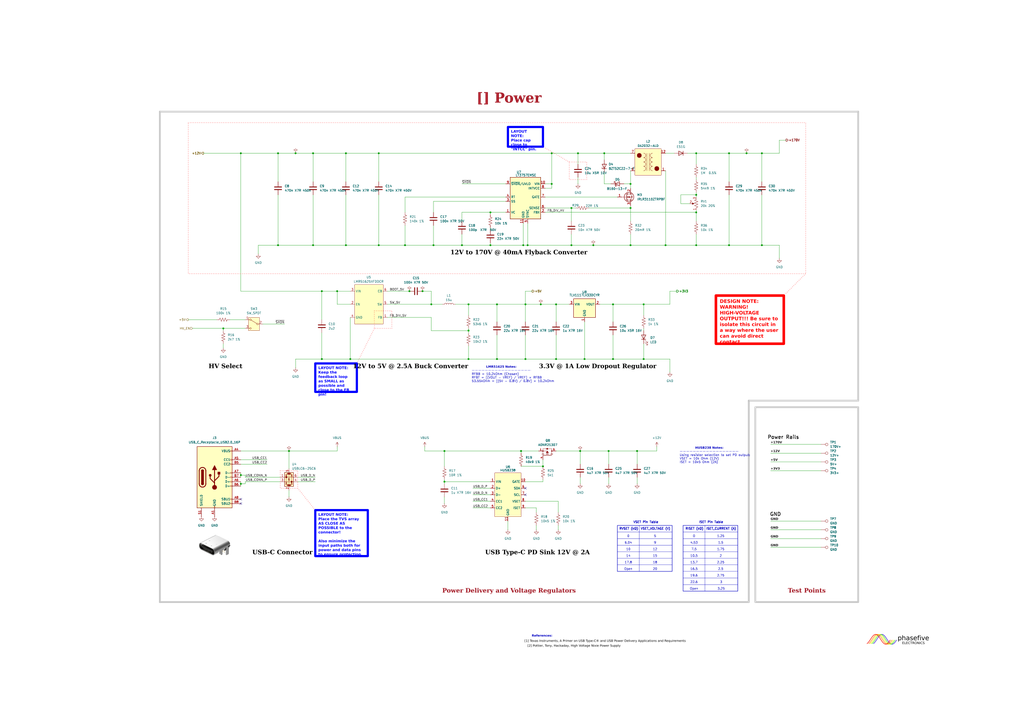
<source format=kicad_sch>
(kicad_sch (version 20231120) (generator "eeschema") (generator_version "8.0")
  (paper "A2")
  (title_block (title "Power") (date "2025-02-15") (rev "${REVISION}") (company "${COMPANY}") (comment 1 "3V3 - MCU") (comment 2 "5V - LEDs, LDO") (comment 3 "12V - Shift Registers") (comment 4 "170V - Nixie Tubes , INS-1 Indicators"))
  (junction (at 271.78 208.28))
  (junction (at 403.86 88.9))
  (junction (at 234.95 142.24))
  (junction (at 139.7 88.9))
  (junction (at 355.6 176.53))
  (junction (at 304.8 208.28))
  (junction (at 129.54 190.5))
  (junction (at 186.69 208.28))
  (junction (at 171.45 88.9))
  (junction (at 314.96 270.51))
  (junction (at 373.38 208.28))
  (junction (at 139.7 275.59))
  (junction (at 386.08 142.24))
  (junction (at 365.76 142.24))
  (junction (at 441.96 142.24))
  (junction (at 139.7 280.67))
  (junction (at 433.07 88.9))
  (junction (at 369.57 261.62))
  (junction (at 219.71 142.24))
  (junction (at 271.78 176.53))
  (junction (at 237.49 168.91))
  (junction (at 161.29 88.9))
  (junction (at 186.69 168.91))
  (junction (at 245.11 168.91))
  (junction (at 331.47 120.65))
  (junction (at 284.48 123.19))
  (junction (at 350.52 88.9))
  (junction (at 251.46 142.24))
  (junction (at 339.09 208.28))
  (junction (at 250.19 176.53))
  (junction (at 403.86 113.03))
  (junction (at 161.29 142.24))
  (junction (at 322.58 208.28))
  (junction (at 200.66 88.9))
  (junction (at 373.38 176.53))
  (junction (at 355.6 208.28))
  (junction (at 257.81 279.4))
  (junction (at 288.29 208.28))
  (junction (at 200.66 142.24))
  (junction (at 331.47 142.24))
  (junction (at 335.28 88.9))
  (junction (at 344.17 142.24))
  (junction (at 353.06 261.62))
  (junction (at 422.91 142.24))
  (junction (at 313.69 176.53))
  (junction (at 403.86 123.19))
  (junction (at 441.96 88.9))
  (junction (at 365.76 120.65))
  (junction (at 403.86 142.24))
  (junction (at 422.91 88.9))
  (junction (at 257.81 261.62))
  (junction (at 304.8 176.53))
  (junction (at 320.04 106.68))
  (junction (at 271.78 191.77))
  (junction (at 284.48 142.24))
  (junction (at 181.61 88.9))
  (junction (at 303.53 142.24))
  (junction (at 336.55 261.62))
  (junction (at 288.29 176.53))
  (junction (at 302.26 261.62))
  (junction (at 195.58 168.91))
  (junction (at 181.61 142.24))
  (junction (at 322.58 176.53))
  (junction (at 306.07 142.24))
  (junction (at 167.64 261.62))
  (junction (at 267.97 142.24))
  (junction (at 365.76 106.68))
  (junction (at 203.2 208.28))
  (junction (at 219.71 88.9))
  (junction (at 320.04 88.9))
  (no_connect (at 139.7 289.56))
  (no_connect (at 139.7 292.1))
  (no_connect (at 304.8 283.21))
  (no_connect (at 304.8 287.02))
  (wire (pts (xy 129.54 190.5) (xy 129.54 191.77)))
  (wire (pts (xy 441.96 88.9) (xy 452.12 88.9)))
  (wire (pts (xy 452.12 81.28) (xy 455.93 81.28)))
  (wire (pts (xy 200.66 88.9) (xy 219.71 88.9)))
  (wire (pts (xy 161.29 113.03) (xy 161.29 142.24)))
  (polyline (pts (xy 370.84 304.8) (xy 370.84 331.47)))
  (polyline (pts (xy 273.812 214.884) (xy 308.102 214.884)) (stroke (width 0.127) (type dash)))
  (wire (pts (xy 264.16 176.53) (xy 271.78 176.53)))
  (wire (pts (xy 288.29 186.69) (xy 288.29 176.53)))
  (wire (pts (xy 313.69 176.53) (xy 322.58 176.53)))
  (wire (pts (xy 452.12 142.24) (xy 441.96 142.24)))
  (wire (pts (xy 304.8 176.53) (xy 313.69 176.53)))
  (wire (pts (xy 361.95 106.68) (xy 365.76 106.68)))
  (wire (pts (xy 422.91 88.9) (xy 422.91 105.41)))
  (wire (pts (xy 447.04 273.05) (xy 476.25 273.05)))
  (wire (pts (xy 369.57 261.62) (xy 369.57 269.24)))
  (wire (pts (xy 284.48 124.46) (xy 284.48 123.19)))
  (wire (pts (xy 323.85 290.83) (xy 323.85 297.18)))
  (wire (pts (xy 422.91 113.03) (xy 422.91 142.24)))
  (polyline (pts (xy 358.14 320.04) (xy 389.89 320.04)))
  (wire (pts (xy 142.24 279.4) (xy 162.56 279.4)))
  (wire (pts (xy 314.96 266.7) (xy 314.96 270.51)))
  (polyline (pts (xy 172.72 283.21) (xy 182.88 295.91)) (stroke (width 0.254) (type dot) (color 255 0 0 1)))
  (wire (pts (xy 311.15 304.8) (xy 311.15 307.34)))
  (wire (pts (xy 394.97 118.11) (xy 394.97 113.03)))
  (wire (pts (xy 161.29 88.9) (xy 171.45 88.9)))
  (wire (pts (xy 203.2 208.28) (xy 271.78 208.28)))
  (wire (pts (xy 246.38 259.08) (xy 246.38 261.62)))
  (wire (pts (xy 219.71 88.9) (xy 219.71 105.41)))
  (wire (pts (xy 447.04 302.26) (xy 476.25 302.26)))
  (wire (pts (xy 303.53 142.24) (xy 306.07 142.24)))
  (wire (pts (xy 181.61 113.03) (xy 181.61 142.24)))
  (wire (pts (xy 267.97 106.68) (xy 293.37 106.68)))
  (polyline (pts (xy 358.14 316.23) (xy 389.89 316.23)))
  (wire (pts (xy 365.76 120.65) (xy 365.76 128.27)))
  (wire (pts (xy 422.91 142.24) (xy 441.96 142.24)))
  (wire (pts (xy 365.76 106.68) (xy 365.76 109.22)))
  (wire (pts (xy 403.86 128.27) (xy 403.86 123.19)))
  (wire (pts (xy 271.78 208.28) (xy 288.29 208.28)))
  (wire (pts (xy 322.58 176.53) (xy 322.58 186.69)))
  (wire (pts (xy 274.32 294.64) (xy 284.48 294.64)))
  (wire (pts (xy 355.6 176.53) (xy 373.38 176.53)))
  (wire (pts (xy 200.66 113.03) (xy 200.66 142.24)))
  (wire (pts (xy 314.96 279.4) (xy 314.96 278.13)))
  (polyline (pts (xy 358.14 327.66) (xy 389.89 327.66)))
  (polyline (pts (xy 396.24 312.42) (xy 427.99 312.42)))
  (wire (pts (xy 373.38 190.5) (xy 373.38 191.77)))
  (wire (pts (xy 294.64 302.26) (xy 294.64 307.34)))
  (wire (pts (xy 303.53 129.54) (xy 303.53 142.24)))
  (wire (pts (xy 149.86 142.24) (xy 161.29 142.24)))
  (wire (pts (xy 311.15 297.18) (xy 311.15 294.64)))
  (polyline (pts (xy 92.71 349.25) (xy 92.71 64.77)) (stroke (width 1.016) (color 200 200 200 1)))
  (polyline (pts (xy 358.14 312.42) (xy 389.89 312.42)))
  (wire (pts (xy 139.7 280.67) (xy 142.24 280.67)))
  (polyline (pts (xy 396.24 331.47) (xy 427.99 331.47)))
  (wire (pts (xy 347.98 176.53) (xy 355.6 176.53)))
  (wire (pts (xy 139.7 261.62) (xy 167.64 261.62)))
  (wire (pts (xy 336.55 261.62) (xy 353.06 261.62)))
  (wire (pts (xy 257.81 288.29) (xy 257.81 292.1)))
  (wire (pts (xy 133.35 185.42) (xy 142.24 185.42)))
  (wire (pts (xy 284.48 140.97) (xy 284.48 142.24)))
  (polyline (pts (xy 396.24 323.85) (xy 427.99 323.85)))
  (wire (pts (xy 271.78 176.53) (xy 288.29 176.53)))
  (wire (pts (xy 353.06 261.62) (xy 369.57 261.62)))
  (wire (pts (xy 386.08 88.9) (xy 391.16 88.9)))
  (wire (pts (xy 139.7 274.32) (xy 139.7 275.59)))
  (wire (pts (xy 181.61 88.9) (xy 181.61 105.41)))
  (wire (pts (xy 320.04 109.22) (xy 320.04 106.68)))
  (wire (pts (xy 284.48 133.35) (xy 284.48 132.08)))
  (wire (pts (xy 142.24 279.4) (xy 142.24 280.67)))
  (wire (pts (xy 304.8 208.28) (xy 322.58 208.28)))
  (wire (pts (xy 195.58 259.08) (xy 195.58 261.62)))
  (polyline (pts (xy 396.24 339.09) (xy 427.99 339.09)))
  (wire (pts (xy 433.07 88.9) (xy 441.96 88.9)))
  (wire (pts (xy 320.04 88.9) (xy 320.04 106.68)))
  (wire (pts (xy 335.28 88.9) (xy 335.28 95.25)))
  (wire (pts (xy 195.58 176.53) (xy 195.58 168.91)))
  (wire (pts (xy 129.54 190.5) (xy 142.24 190.5)))
  (wire (pts (xy 386.08 99.06) (xy 386.08 142.24)))
  (wire (pts (xy 167.64 284.48) (xy 167.64 288.29)))
  (wire (pts (xy 320.04 106.68) (xy 316.23 106.68)))
  (wire (pts (xy 353.06 261.62) (xy 353.06 269.24)))
  (wire (pts (xy 267.97 135.89) (xy 267.97 142.24)))
  (wire (pts (xy 224.79 176.53) (xy 250.19 176.53)))
  (wire (pts (xy 336.55 261.62) (xy 336.55 269.24)))
  (wire (pts (xy 388.62 208.28) (xy 388.62 215.9)))
  (wire (pts (xy 447.04 262.89) (xy 476.25 262.89)))
  (wire (pts (xy 373.38 208.28) (xy 388.62 208.28)))
  (wire (pts (xy 304.8 290.83) (xy 323.85 290.83)))
  (wire (pts (xy 339.09 208.28) (xy 355.6 208.28)))
  (wire (pts (xy 373.38 176.53) (xy 388.62 176.53)))
  (wire (pts (xy 250.19 168.91) (xy 250.19 176.53)))
  (wire (pts (xy 200.66 142.24) (xy 219.71 142.24)))
  (wire (pts (xy 304.8 194.31) (xy 304.8 208.28)))
  (wire (pts (xy 304.8 176.53) (xy 304.8 186.69)))
  (wire (pts (xy 139.7 88.9) (xy 139.7 168.91)))
  (wire (pts (xy 341.63 120.65) (xy 365.76 120.65)))
  (polyline (pts (xy 434.34 349.25) (xy 92.71 349.25)) (stroke (width 1.016) (color 200 200 200 1)))
  (wire (pts (xy 365.76 135.89) (xy 365.76 142.24)))
  (wire (pts (xy 388.62 168.91) (xy 392.43 168.91)))
  (wire (pts (xy 323.85 304.8) (xy 323.85 307.34)))
  (wire (pts (xy 111.76 190.5) (xy 129.54 190.5)))
  (wire (pts (xy 369.57 261.62) (xy 381 261.62)))
  (wire (pts (xy 365.76 119.38) (xy 365.76 120.65)))
  (wire (pts (xy 257.81 278.13) (xy 257.81 279.4)))
  (polyline (pts (xy 396.24 308.61) (xy 427.99 308.61)))
  (wire (pts (xy 452.12 142.24) (xy 452.12 149.86)))
  (wire (pts (xy 250.19 184.15) (xy 224.79 184.15)))
  (polyline (pts (xy 92.71 64.77) (xy 497.84 64.77)) (stroke (width 1.016) (color 200 200 200 1)))
  (wire (pts (xy 274.32 287.02) (xy 284.48 287.02)))
  (wire (pts (xy 257.81 270.51) (xy 257.81 261.62)))
  (wire (pts (xy 350.52 88.9) (xy 350.52 92.71)))
  (wire (pts (xy 162.56 276.86) (xy 142.24 276.86)))
  (wire (pts (xy 336.55 276.86) (xy 336.55 280.67)))
  (wire (pts (xy 403.86 88.9) (xy 422.91 88.9)))
  (wire (pts (xy 447.04 317.5) (xy 476.25 317.5)))
  (wire (pts (xy 234.95 130.81) (xy 234.95 142.24)))
  (wire (pts (xy 250.19 176.53) (xy 256.54 176.53)))
  (wire (pts (xy 355.6 194.31) (xy 355.6 208.28)))
  (wire (pts (xy 267.97 123.19) (xy 284.48 123.19)))
  (wire (pts (xy 335.28 88.9) (xy 350.52 88.9)))
  (wire (pts (xy 306.07 129.54) (xy 306.07 142.24)))
  (wire (pts (xy 271.78 191.77) (xy 271.78 190.5)))
  (wire (pts (xy 250.19 191.77) (xy 250.19 184.15)))
  (wire (pts (xy 403.86 104.14) (xy 403.86 102.87)))
  (polyline (pts (xy 434.34 232.41) (xy 434.34 349.25)) (stroke (width 1.016) (color 194 194 194 1)))
  (wire (pts (xy 172.72 276.86) (xy 182.88 276.86)))
  (wire (pts (xy 353.06 276.86) (xy 353.06 280.67)))
  (wire (pts (xy 320.04 88.9) (xy 335.28 88.9)))
  (wire (pts (xy 274.32 290.83) (xy 284.48 290.83)))
  (wire (pts (xy 167.64 261.62) (xy 195.58 261.62)))
  (polyline (pts (xy 396.24 320.04) (xy 427.99 320.04)))
  (wire (pts (xy 331.47 120.65) (xy 334.01 120.65)))
  (wire (pts (xy 302.26 261.62) (xy 312.42 261.62)))
  (wire (pts (xy 447.04 307.34) (xy 476.25 307.34)))
  (wire (pts (xy 139.7 275.59) (xy 139.7 276.86)))
  (wire (pts (xy 350.52 88.9) (xy 365.76 88.9)))
  (wire (pts (xy 452.12 81.28) (xy 452.12 88.9)))
  (wire (pts (xy 304.8 279.4) (xy 314.96 279.4)))
  (wire (pts (xy 234.95 114.3) (xy 234.95 123.19)))
  (polyline (pts (xy 396.24 327.66) (xy 427.99 327.66)))
  (wire (pts (xy 447.04 257.81) (xy 476.25 257.81)))
  (wire (pts (xy 219.71 113.03) (xy 219.71 142.24)))
  (wire (pts (xy 181.61 142.24) (xy 200.66 142.24)))
  (wire (pts (xy 381 259.08) (xy 381 261.62)))
  (wire (pts (xy 139.7 279.4) (xy 139.7 280.67)))
  (wire (pts (xy 186.69 208.28) (xy 203.2 208.28)))
  (polyline (pts (xy 396.24 316.23) (xy 427.99 316.23)))
  (wire (pts (xy 139.7 168.91) (xy 186.69 168.91)))
  (wire (pts (xy 304.8 168.91) (xy 304.8 176.53)))
  (polyline (pts (xy 330.2 93.98) (xy 314.96 85.09)) (stroke (width 0.254) (type dot) (color 255 0 0 1)))
  (wire (pts (xy 350.52 106.68) (xy 354.33 106.68)))
  (wire (pts (xy 311.15 294.64) (xy 304.8 294.64)))
  (wire (pts (xy 365.76 99.06) (xy 365.76 106.68)))
  (wire (pts (xy 203.2 176.53) (xy 195.58 176.53)))
  (wire (pts (xy 234.95 142.24) (xy 251.46 142.24)))
  (wire (pts (xy 302.26 270.51) (xy 314.96 270.51)))
  (wire (pts (xy 316.23 120.65) (xy 331.47 120.65)))
  (wire (pts (xy 322.58 208.28) (xy 339.09 208.28)))
  (wire (pts (xy 403.86 121.92) (xy 403.86 123.19)))
  (wire (pts (xy 267.97 123.19) (xy 267.97 128.27)))
  (wire (pts (xy 288.29 194.31) (xy 288.29 208.28)))
  (wire (pts (xy 355.6 208.28) (xy 373.38 208.28)))
  (wire (pts (xy 257.81 261.62) (xy 302.26 261.62)))
  (wire (pts (xy 400.05 118.11) (xy 394.97 118.11)))
  (wire (pts (xy 284.48 123.19) (xy 293.37 123.19)))
  (wire (pts (xy 219.71 88.9) (xy 320.04 88.9)))
  (wire (pts (xy 284.48 279.4) (xy 257.81 279.4)))
  (wire (pts (xy 447.04 312.42) (xy 476.25 312.42)))
  (wire (pts (xy 186.69 193.04) (xy 186.69 208.28)))
  (wire (pts (xy 316.23 109.22) (xy 320.04 109.22)))
  (wire (pts (xy 181.61 88.9) (xy 200.66 88.9)))
  (wire (pts (xy 152.4 187.96) (xy 165.1 187.96)))
  (wire (pts (xy 403.86 111.76) (xy 403.86 113.03)))
  (wire (pts (xy 237.49 168.91) (xy 224.79 168.91)))
  (wire (pts (xy 267.97 142.24) (xy 284.48 142.24)))
  (wire (pts (xy 284.48 142.24) (xy 303.53 142.24)))
  (wire (pts (xy 403.86 113.03) (xy 403.86 114.3)))
  (wire (pts (xy 195.58 168.91) (xy 186.69 168.91)))
  (wire (pts (xy 331.47 120.65) (xy 331.47 128.27)))
  (wire (pts (xy 335.28 106.68) (xy 335.28 102.87)))
  (wire (pts (xy 167.64 271.78) (xy 167.64 261.62)))
  (wire (pts (xy 316.23 114.3) (xy 358.14 114.3)))
  (wire (pts (xy 251.46 116.84) (xy 293.37 116.84)))
  (wire (pts (xy 234.95 114.3) (xy 293.37 114.3)))
  (wire (pts (xy 139.7 275.59) (xy 142.24 275.59)))
  (wire (pts (xy 322.58 194.31) (xy 322.58 208.28)))
  (wire (pts (xy 118.11 88.9) (xy 139.7 88.9)))
  (polyline (pts (xy 358.14 308.61) (xy 389.89 308.61)))
  (polyline (pts (xy 434.34 232.41) (xy 497.84 232.41)) (stroke (width 1.016) (color 200 200 200 1)))
  (wire (pts (xy 288.29 208.28) (xy 304.8 208.28)))
  (polyline (pts (xy 207.01 210.82) (xy 217.17 190.5)) (stroke (width 0.254) (type dot) (color 255 0 0 1)))
  (wire (pts (xy 350.52 100.33) (xy 350.52 106.68)))
  (wire (pts (xy 288.29 176.53) (xy 304.8 176.53)))
  (polyline (pts (xy 396.24 335.28) (xy 427.99 335.28)))
  (wire (pts (xy 251.46 142.24) (xy 267.97 142.24)))
  (wire (pts (xy 422.91 88.9) (xy 433.07 88.9)))
  (wire (pts (xy 139.7 266.7) (xy 154.94 266.7)))
  (wire (pts (xy 331.47 135.89) (xy 331.47 142.24)))
  (wire (pts (xy 302.26 261.62) (xy 302.26 262.89)))
  (polyline (pts (xy 394.462 261.874) (xy 428.752 261.874)) (stroke (width 0.127) (type dash)))
  (wire (pts (xy 403.86 142.24) (xy 422.91 142.24)))
  (wire (pts (xy 251.46 130.81) (xy 251.46 142.24)))
  (polyline (pts (xy 408.94 304.8) (xy 408.94 342.9)))
  (wire (pts (xy 139.7 280.67) (xy 139.7 281.94)))
  (wire (pts (xy 129.54 199.39) (xy 129.54 201.93)))
  (wire (pts (xy 257.81 279.4) (xy 257.81 280.67)))
  (wire (pts (xy 388.62 168.91) (xy 388.62 176.53)))
  (wire (pts (xy 250.19 191.77) (xy 271.78 191.77)))
  (wire (pts (xy 246.38 261.62) (xy 257.81 261.62)))
  (wire (pts (xy 304.8 168.91) (xy 308.61 168.91)))
  (wire (pts (xy 271.78 191.77) (xy 271.78 193.04)))
  (wire (pts (xy 369.57 276.86) (xy 369.57 280.67)))
  (wire (pts (xy 271.78 200.66) (xy 271.78 208.28)))
  (wire (pts (xy 403.86 135.89) (xy 403.86 142.24)))
  (polyline (pts (xy 358.14 323.85) (xy 389.89 323.85)))
  (wire (pts (xy 203.2 168.91) (xy 195.58 168.91)))
  (wire (pts (xy 355.6 176.53) (xy 355.6 186.69)))
  (wire (pts (xy 171.45 208.28) (xy 186.69 208.28)))
  (wire (pts (xy 161.29 88.9) (xy 161.29 105.41)))
  (wire (pts (xy 219.71 142.24) (xy 234.95 142.24)))
  (wire (pts (xy 171.45 208.28) (xy 171.45 213.36)))
  (polyline (pts (xy 455.93 170.18) (xy 467.36 158.75)) (stroke (width 0.254) (type dot) (color 255 0 0 1)))
  (wire (pts (xy 447.04 267.97) (xy 476.25 267.97)))
  (wire (pts (xy 365.76 142.24) (xy 386.08 142.24)))
  (wire (pts (xy 186.69 168.91) (xy 186.69 185.42)))
  (wire (pts (xy 339.09 208.28) (xy 339.09 186.69)))
  (wire (pts (xy 322.58 261.62) (xy 336.55 261.62)))
  (wire (pts (xy 139.7 88.9) (xy 161.29 88.9)))
  (wire (pts (xy 398.78 88.9) (xy 403.86 88.9)))
  (wire (pts (xy 373.38 176.53) (xy 373.38 182.88)))
  (wire (pts (xy 149.86 142.24) (xy 149.86 147.32)))
  (wire (pts (xy 322.58 176.53) (xy 330.2 176.53)))
  (wire (pts (xy 203.2 184.15) (xy 203.2 208.28)))
  (wire (pts (xy 403.86 88.9) (xy 403.86 95.25)))
  (wire (pts (xy 245.11 168.91) (xy 250.19 168.91)))
  (wire (pts (xy 373.38 199.39) (xy 373.38 208.28)))
  (wire (pts (xy 274.32 283.21) (xy 284.48 283.21)))
  (wire (pts (xy 316.23 123.19) (xy 403.86 123.19)))
  (wire (pts (xy 441.96 88.9) (xy 441.96 105.41)))
  (wire (pts (xy 200.66 88.9) (xy 200.66 105.41)))
  (wire (pts (xy 344.17 142.24) (xy 365.76 142.24)))
  (wire (pts (xy 109.22 185.42) (xy 125.73 185.42)))
  (wire (pts (xy 139.7 269.24) (xy 154.94 269.24)))
  (wire (pts (xy 386.08 142.24) (xy 403.86 142.24)))
  (wire (pts (xy 441.96 113.03) (xy 441.96 142.24)))
  (wire (pts (xy 394.97 113.03) (xy 403.86 113.03)))
  (wire (pts (xy 271.78 182.88) (xy 271.78 176.53)))
  (wire (pts (xy 331.47 142.24) (xy 344.17 142.24)))
  (wire (pts (xy 251.46 116.84) (xy 251.46 123.19)))
  (wire (pts (xy 161.29 142.24) (xy 181.61 142.24)))
  (wire (pts (xy 172.72 279.4) (xy 182.88 279.4)))
  (wire (pts (xy 306.07 142.24) (xy 331.47 142.24)))
  (wire (pts (xy 142.24 276.86) (xy 142.24 275.59)))
  (wire (pts (xy 171.45 88.9) (xy 181.61 88.9)))
  (polyline (pts (xy 497.84 64.77) (xy 497.84 232.41)) (stroke (width 1.016) (color 200 200 200 1)))
  (rectangle (start 162.56 273.05) (end 172.72 283.21) (stroke (width 0.254) (type dot) (color 255 0 0 1)))
  (rectangle (start 330.2 93.98) (end 340.36 104.14) (stroke (width 0.254) (type dot) (color 255 0 0 1)))
  (rectangle (start 438.15 236.22) (end 497.84 349.25) (stroke (width 1.016) (color 200 200 200 1)))
  (rectangle (start 358.14 304.8) (end 389.89 331.47) (stroke (width 0.254)))
  (rectangle (start 109.22 71.12) (end 467.36 158.75) (stroke (width 0.254) (type dot) (color 255 0 0 1)))
  (rectangle (start 396.24 304.8) (end 427.99 342.9) (stroke (width 0.254)))
  (rectangle (start 217.17 180.34) (end 227.33 190.5) (stroke (width 0.254) (type dot) (color 255 0 0 1)))
  (image (at 124.46 316.23) (scale 0.0299035))
  (image (at 519.43 370.84) (scale 0.0525922))
  (text_box "LAYOUT NOTE:\nKeep the feedback loop as SMALL as possible and close to the FB pin!" (at 182.88 210.82 0) (size 24.13 16.51) (stroke (width 1.27) (color 0 0 255 1)) (effects (font (size 1.524 1.524) (thickness 0.4) (bold yes)) (justify left top)))
  (text_box "LAYOUT NOTE:\nPlace the TVS array AS CLOSE AS POSSIBLE to the connector! \n\nAlso minimize the input paths both for power and data pins to ensure protection." (at 182.88 295.91 0) (size 30.48 26.67) (stroke (width 1.27) (color 0 0 255 1)) (effects (font (size 1.524 1.524) (thickness 0.4) (bold yes)) (justify left top)))
  (text_box "DESIGN NOTE:\nWARNING! HIGH-VOLTAGE OUTPUT!!! Be sure to isolate this circuit in a way where the user can avoid direct contact." (at 415.29 171.45 0) (size 39.37 27.94) (stroke (width 1.5) (color 255 0 0 1)) (effects (font (size 2 2) (thickness 0.4) (bold yes)) (justify left top)))
  (text_box "USB Type-C PD Sink 12V @ 2A" (at 245.11 316.23 0) (size 133.35 7.62) (stroke (width -0.0001)) (effects (font (size 2.54 2.54) (thickness 0.508) (bold yes)) (justify bottom)))
  (text_box "USB-C Connector" (at 115.57 316.23 0) (size 96.52 7.62) (stroke (width -0.0001)) (effects (font (size 2.54 2.54) (thickness 0.508) (bold yes)) (justify bottom)))
  (text_box "HV Select" (at 110.49 209.55 0) (size 40.64 6.35) (stroke (width -0.0001)) (effects (font (size 2.54 2.54) (thickness 0.508) (bold yes)) (justify bottom)))
  (text_box "[${#}] ${TITLE}" (at 92.71 53.34 0) (size 405.13 11.43) (stroke (width -0.0001)) (effects (font (size 5.715 5.715) (thickness 0.508) (bold yes)) (justify bottom)))
  (text_box "Power Delivery and Voltage Regulators" (at 92.71 336.55 0) (size 405.13 9.525) (stroke (width -0.0001)) (effects (font (size 2.54 2.54) (thickness 0.508) (bold yes)) (justify bottom)))
  (text_box "12V to 170V @ 40mA Flyback Converter" (at 149.86 142.24 0) (size 302.26 7.62) (stroke (width -0.0001)) (effects (font (size 2.54 2.54) (thickness 0.508) (bold yes)) (justify bottom)))
  (text_box "12V to 5V @ 2.5A Buck Converter\n" (at 171.45 208.28 0) (size 133.35 7.62) (stroke (width -0.0001)) (effects (font (size 2.54 2.54) (thickness 0.508) (bold yes)) (justify bottom)))
  (text_box "Test Points" (at 438.15 336.55 0) (size 59.69 9.525) (stroke (width -0.0001)) (effects (font (size 2.54 2.54) (thickness 0.508) (bold yes)) (justify bottom)))
  (text_box "3.3V @ 1A Low Dropout Regulator" (at 304.8 208.28 0) (size 83.82 7.62) (stroke (width -0.0001)) (effects (font (size 2.54 2.54) (thickness 0.508) (bold yes)) (justify bottom)))
  (text_box "LAYOUT NOTE:\nPlace cap close to \"INTCC\" pin." (at 294.64 73.66 0) (size 20.32 11.43) (stroke (width 1.27) (color 0 0 255 1)) (effects (font (size 1.524 1.524) (thickness 0.4) (bold yes)) (justify left top)))
  (text "0" (at 364.49 311.15 0) (effects (font (size 1.27 1.27))))
  (text "GND" (at 449.834 298.45 0) (effects (font (size 2.032 2.032) (thickness 0.3048) (bold yes))))
  (text "RFBB = 10.2kOhm (Chosen)\nRFBT = [(VOUT − VREF) / VREF] × RFBB\n53.55kOhm = [(5V − 0.8V) / 0.8V] × 10.2kOhm\n" (at 273.558 219.202 0) (effects (font (size 1.27 1.27)) (justify left)))
  (text "2.25" (at 418.084 326.39 0) (effects (font (size 1.27 1.27))))
  (text "[2] Pottier, Tony, Hackaday, High Voltage Nixie Power Supply" (at 332.994 375.158 0) (effects (font (size 1.27 1.27))))
  (text "13.7" (at 402.59 326.39 0) (effects (font (size 1.27 1.27))))
  (text "[1] Texas Instruments, A Primer on USB Type-C® and USB Power Delivery Applications and Requirements" (at 351.028 372.364 0) (effects (font (size 1.27 1.27) (thickness 0.1588))))
  (text "LMR51625 Notes:" (at 290.83 213.36 0) (effects (font (size 1.27 1.27) (bold yes))))
  (text "7.5" (at 402.59 318.77 0) (effects (font (size 1.27 1.27))))
  (text "4.53" (at 402.59 314.96 0) (effects (font (size 1.27 1.27))))
  (text "18" (at 379.984 326.39 0) (effects (font (size 1.27 1.27))))
  (text "10.5" (at 402.59 322.58 0) (effects (font (size 1.27 1.27))))
  (text "19.6" (at 402.59 334.01 0) (effects (font (size 1.27 1.27))))
  (text "Open" (at 402.59 341.63 0) (effects (font (size 1.27 1.27))))
  (text "2" (at 418.084 322.58 0) (effects (font (size 1.27 1.27))))
  (text "14" (at 364.49 322.58 0) (effects (font (size 1.27 1.27))))
  (text "2.5" (at 418.084 330.2 0) (effects (font (size 1.27 1.27))))
  (text "Open" (at 364.49 330.2 0) (effects (font (size 1.27 1.27))))
  (text "3.25" (at 418.338 341.63 0) (effects (font (size 1.27 1.27))))
  (text "ISET Pin Table" (at 412.496 303.022 0) (effects (font (size 1.27 1.27) (thickness 0.254) (bold yes))))
  (text "\nUsing resistor selection to set PD output:\nVSET = 10k Ohm (12V)\nISET = 10k5 Ohm (2A)\n\n" (at 394.208 266.192 0) (effects (font (size 1.27 1.27)) (justify left)))
  (text "16.5" (at 402.59 330.2 0) (effects (font (size 1.27 1.27))))
  (text "References:" (at 314.452 369.316 0) (effects (font (size 1.27 1.27) (thickness 0.254) (bold yes))))
  (text "0" (at 402.59 311.15 0) (effects (font (size 1.27 1.27))))
  (text "2.75" (at 418.084 334.01 0) (effects (font (size 1.27 1.27))))
  (text "ISET_CURRENT (A)" (at 418.338 306.832 0) (effects (font (size 1.27 1.27) (thickness 0.254) (bold yes))))
  (text "20" (at 379.984 330.2 0) (effects (font (size 1.27 1.27))))
  (text "10" (at 364.49 318.77 0) (effects (font (size 1.27 1.27))))
  (text "3" (at 418.338 337.82 0) (effects (font (size 1.27 1.27))))
  (text "VSET_VOLTAGE (V)" (at 380.238 306.832 0) (effects (font (size 1.27 1.27) (thickness 0.254) (bold yes))))
  (text "6.04" (at 364.49 314.96 0) (effects (font (size 1.27 1.27))))
  (text "RISET (kΩ)" (at 402.844 306.832 0) (effects (font (size 1.27 1.27) (thickness 0.254) (bold yes))))
  (text "22.6" (at 402.59 337.82 0) (effects (font (size 1.27 1.27))))
  (text "VSET Pin Table" (at 374.65 303.022 0) (effects (font (size 1.27 1.27) (thickness 0.254) (bold yes))))
  (text "1.5" (at 418.084 314.96 0) (effects (font (size 1.27 1.27))))
  (text "1.25" (at 418.084 311.15 0) (effects (font (size 1.27 1.27))))
  (text "17.8" (at 364.49 326.39 0) (effects (font (size 1.27 1.27))))
  (text "5" (at 379.984 311.15 0) (effects (font (size 1.27 1.27))))
  (text "15" (at 379.984 322.58 0) (effects (font (size 1.27 1.27))))
  (text "HUSB238 Notes:" (at 411.48 260.35 0) (effects (font (size 1.27 1.27) (bold yes))))
  (text "9" (at 379.984 314.96 0) (effects (font (size 1.27 1.27))))
  (text "RVSET (kΩ)" (at 364.744 306.832 0) (effects (font (size 1.27 1.27) (thickness 0.254) (bold yes))))
  (text "Power Rails" (at 454.406 253.746 0) (effects (font (size 2.032 2.032) (thickness 0.3048) (bold yes))))
  (text "12" (at 379.984 318.77 0) (effects (font (size 1.27 1.27))))
  (text "1.75" (at 418.084 318.77 0) (effects (font (size 1.27 1.27))))
  (label "SW_5V" (at 226.06 176.53 0))
  (label "+5V" (at 447.04 267.97 0) (effects (font (thickness 0.254) (bold yes))))
  (label "USB_D_N" (at 182.88 276.86 180))
  (label "USB_CC2" (at 154.94 269.24 180))
  (label "USB_D_P" (at 274.32 283.21 0))
  (label "USB_CC2" (at 274.32 294.64 0))
  (label "USB_CC1" (at 154.94 266.7 180))
  (label "GND" (at 447.04 307.34 0) (effects (font (thickness 0.254) (bold yes))))
  (label "FB_DIV_5V" (at 226.06 184.15 0))
  (label "~{SHDN}" (at 267.97 106.68 0))
  (label "+12V" (at 447.04 262.89 0) (effects (font (thickness 0.254) (bold yes))))
  (label "GND" (at 447.04 312.42 0) (effects (font (thickness 0.254) (bold yes))))
  (label "USB_CONN_P" (at 154.94 279.4 180))
  (label "USB_CC1" (at 274.32 290.83 0))
  (label "~{SHDN}" (at 165.1 187.96 180))
  (label "GND" (at 447.04 317.5 0) (effects (font (thickness 0.254) (bold yes))))
  (label "GND" (at 447.04 302.26 0) (effects (font (thickness 0.254) (bold yes))))
  (label "FB_DIV_HV" (at 317.5 123.19 0))
  (label "USB_D_N" (at 274.32 287.02 0))
  (label "USB_D_P" (at 182.88 279.4 180))
  (label "+3V3" (at 447.04 273.05 0) (effects (font (thickness 0.254) (bold yes))))
  (label "+170V" (at 447.04 257.81 0) (effects (font (thickness 0.254) (bold yes))))
  (label "BOOT_5V" (at 226.06 168.91 0))
  (label "USB_CONN_N" (at 154.94 276.86 180))
  (hierarchical_label "+170V" (shape output) (at 455.93 81.28 0) (effects (font (thickness 0.254) (bold yes))) (property "Netclass" "PWR_HV" (effects (hide yes))))
  (hierarchical_label "+3V3" (shape output) (at 392.43 168.91 0) (effects (font (thickness 0.254) (bold yes))) (property "Netclass" "PWR_3V3" (effects (hide yes))))
  (hierarchical_label "+12V" (shape output) (at 118.11 88.9 180) (effects (font (thickness 0.254) (bold yes))) (property "Netclass" "PWR_12V" (effects (hide yes))))
  (hierarchical_label "+5V" (shape output) (at 109.22 185.42 180))
  (hierarchical_label "+5V" (shape output) (at 308.61 168.91 0) (effects (font (thickness 0.254) (bold yes))) (property "Netclass" "PWR_5V" (effects (hide yes))))
  (hierarchical_label "HV_EN" (shape input) (at 111.76 190.5 180))
  (symbol (lib_id "Device:R_US") (at 257.81 274.32 0) (unit 1)
    (property "Reference" "R17" (at 260.35 273.05 0) (effects (justify left)))
    (property "Value" "10R 1%" (at 260.35 275.59 0) (effects (justify left)))
    (property "Footprint" "Resistor_SMD:R_0603_1608Metric_Pad0.98x0.95mm_HandSolder" (effects (hide yes)))
    (property "Description" "Resistor, US symbol" (effects (hide yes)))
    (property "Part No." "RMCF0603FT10R0" (effects (hide yes)))
  )
  (symbol (lib_id "Device:C") (at 219.71 109.22 0) (unit 1)
    (property "Reference" "C14" (at 223.52 107.95 0) (effects (justify left)))
    (property "Value" "470n X7R 450V" (at 223.52 110.49 0) (effects (justify left)))
    (property "Footprint" "Capacitor_SMD:C_1206_3216Metric_Pad1.33x1.80mm_HandSolder" (effects (hide yes)))
    (property "Datasheet" "https://www.mouser.com/datasheet/2/396/mlcc02_e-1307760.pdf" (effects (hide yes)))
    (property "Description" "4.7UF 10V X5R 0402" (effects (hide yes)))
    (property "Part No." "LMK316BJ476ML-T" (effects (hide yes)))
    (instances (project "" (path "" (reference "C14") (unit 1))) (project "Nixie_Clock_V1" (path "" (reference "C?") (unit 1))))
  )
  (symbol (lib_id "Device:R_US") (at 403.86 99.06 0) (unit 1)
    (property "Reference" "R34" (at 406.4 97.79 0) (effects (justify left)))
    (property "Value" "1M  0.5%" (at 406.4 100.33 0) (effects (justify left)))
    (property "Footprint" "Resistor_SMD:R_1206_3216Metric_Pad1.30x1.75mm_HandSolder" (effects (hide yes)))
    (property "Datasheet" "https://www.yageo.com/upload/media/product/app/datasheet/rchip/pyu-rt_1-to-0.01_rohs_l.pdf" (effects (hide yes)))
    (property "Description" "1 MOhms ±0.5% 0.25W, 1/4W Chip Resistor 1206 (3216 Metric) Thin Film" (effects (hide yes)))
    (property "Part No." "RT1206DRE071ML " (effects (hide yes)))
    (instances (project "" (path "" (reference "R34") (unit 1))) (project "Nixie_Clock_V1" (path "" (reference "R?") (unit 1))))
  )
  (symbol (lib_id "Device:C") (at 257.81 284.48 0) (unit 1)
    (property "Reference" "C11" (at 261.62 283.21 0) (effects (justify left)))
    (property "Value" "1u X7R 16V" (at 261.62 285.75 0) (effects (justify left)))
    (property "Footprint" "Capacitor_SMD:C_0805_2012Metric_Pad1.18x1.45mm_HandSolder" (effects (hide yes)))
    (property "Description" "Unpolarized capacitor" (effects (hide yes)))
    (property "Part No." "GRM21BR71C105KA01L" (effects (hide yes)))
  )
  (symbol (lib_id "Connector:TestPoint") (at 476.25 273.05 270) (unit 1)
    (property "Reference" "TP4" (at 481.33 271.78 90) (effects (font (thickness 0.254) (bold yes)) (justify left)))
    (property "Value" "3V3+" (at 481.33 274.32 90) (effects (font (thickness 0.254) (bold yes)) (justify left)))
    (property "Footprint" "TestPoint:TestPoint_Pad_D1.0mm" (effects (hide yes)))
    (property "Description" "test point" (effects (hide yes)))
    (instances (project "" (path "" (reference "TP4") (unit 1))) (project "Nixie_Clock_V1" (path "" (reference "TP?") (unit 1))))
  )
  (symbol (lib_id "Connector:TestPoint") (at 476.25 312.42 270) (unit 1)
    (property "Reference" "TP9" (at 481.33 311.15 90) (effects (font (thickness 0.254) (bold yes)) (justify left)))
    (property "Value" "GND" (at 481.33 313.69 90) (effects (font (thickness 0.254) (bold yes)) (justify left)))
    (property "Footprint" "TestPoint:TestPoint_Pad_D1.0mm" (effects (hide yes)))
    (property "Description" "test point" (effects (hide yes)))
    (instances (project "" (path "" (reference "TP9") (unit 1))) (project "Nixie_Clock_V1" (path "" (reference "TP?") (unit 1))))
  )
  (symbol (lib_id "Nixie_Library:DA2032-ALD") (at 370.84 82.55 0) (unit 1)
    (property "Reference" "L2" (at 375.92 82.042 0))
    (property "Value" "DA2032-ALD" (at 375.92 84.582 0))
    (property "Footprint" "Nixie Library:DA2032-AL" (effects (hide yes)))
    (property "Datasheet" "https://www.coilcraft.com/getmedia/88ef6a9b-3558-4004-8c5f-af97c95c7e8c/da2032.pdf" (effects (hide yes)))
    (instances (project "" (path "" (reference "L2") (unit 1))) (project "" (path "" (reference "L?") (unit 1))))
  )
  (symbol (lib_id "power:VBUS") (at 195.58 259.08 0) (unit 1)
    (property "Reference" "#PWR33" (effects (hide yes)))
    (property "Value" "VBUS" (at 195.58 254 0))
    (property "Description" "Power symbol creates a global label with name \"VBUS\"" (effects (hide yes)))
  )
  (symbol (lib_id "power:PWR_FLAG") (at 313.69 176.53 0) (unit 1)
    (property "Reference" "#FLG5" (effects (hide yes)))
    (property "Value" "PWR_FLAG" (effects (hide yes)))
    (property "Description" "Special symbol for telling ERC where power comes from" (effects (hide yes)))
    (instances (project "" (path "" (reference "#FLG5") (unit 1))) (project "Nixie_Clock_V1" (path "" (reference "#FLG?") (unit 1))))
  )
  (symbol (lib_id "Device:C") (at 288.29 190.5 0) (unit 1)
    (property "Reference" "C20" (at 292.1 189.23 0) (effects (justify left)))
    (property "Value" "22u X7R 16V" (at 292.1 191.77 0) (effects (justify left)))
    (property "Footprint" "Capacitor_SMD:C_1206_3216Metric_Pad1.33x1.80mm_HandSolder" (effects (hide yes)))
    (property "Datasheet" "https://search.murata.co.jp/Ceramy/image/img/A01X/G101/ENG/GRM31CR61C476ME44-01A.pdf" (effects (hide yes)))
    (property "Description" "47 µF ±20% 16V Ceramic Capacitor X5R 1206 (3216 Metric)" (effects (hide yes)))
    (property "Part No." "GRM31CR61C476ME44" (effects (hide yes)))
  )
  (symbol (lib_id "power:GND") (at 149.86 147.32 0) (unit 1)
    (property "Reference" "#PWR26" (effects (hide yes)))
    (property "Value" "GND" (at 149.86 152.4 0))
    (property "Description" "Power symbol creates a global label with name \"GND\" , ground" (effects (hide yes)))
    (instances (project "" (path "" (reference "#PWR26") (unit 1))) (project "" (path "" (reference "#PWR?") (unit 1))))
  )
  (symbol (lib_id "Device:C") (at 181.61 109.22 0) (unit 1)
    (property "Reference" "C9" (at 185.42 107.95 0) (effects (justify left)))
    (property "Value" "470n X7R 450V" (at 185.42 110.49 0) (effects (justify left)))
    (property "Footprint" "Capacitor_SMD:C_1206_3216Metric_Pad1.33x1.80mm_HandSolder" (effects (hide yes)))
    (property "Datasheet" "https://www.mouser.com/datasheet/2/396/mlcc02_e-1307760.pdf" (effects (hide yes)))
    (property "Description" "4.7UF 10V X5R 0402" (effects (hide yes)))
    (property "Part No." "LMK316BJ476ML-T" (effects (hide yes)))
    (instances (project "" (path "" (reference "C9") (unit 1))) (project "Nixie_Clock_V1" (path "" (reference "C?") (unit 1))))
  )
  (symbol (lib_id "power:GND") (at 323.85 307.34 0) (unit 1)
    (property "Reference" "#PWR38" (effects (hide yes)))
    (property "Value" "GND" (at 323.85 312.42 0))
    (property "Description" "Power symbol creates a global label with name \"GND\" , ground" (effects (hide yes)))
  )
  (symbol (lib_id "Nixie_Library:HUSB238") (at 294.64 279.4 0) (unit 1)
    (property "Reference" "U6" (at 294.64 270.764 0))
    (property "Value" "HUSB238" (at 294.64 272.796 0))
    (property "Footprint" "Nixie Library:DFN-10_3x3mm" (effects (hide yes)))
    (property "Datasheet" "https://www.hynetek.com/uploadfiles/site/219/news/aabbbbdb-48c9-4a44-a6dc-2c15f53282e6.pdf" (effects (hide yes)))
    (property "Description" "PD Sink" (effects (hide yes)))
  )
  (symbol (lib_id "Device:C") (at 422.91 109.22 0) (unit 1)
    (property "Reference" "C29" (at 426.72 107.95 0) (effects (justify left)))
    (property "Value" "470n X7R 450V" (at 426.72 110.49 0) (effects (justify left)))
    (property "Footprint" "Capacitor_SMD:C_1206_3216Metric_Pad1.33x1.80mm_HandSolder" (effects (hide yes)))
    (property "Datasheet" "https://www.mouser.com/datasheet/2/396/mlcc02_e-1307760.pdf" (effects (hide yes)))
    (property "Description" "4.7UF 10V X5R 0402" (effects (hide yes)))
    (property "Part No." "LMK316BJ476ML-T" (effects (hide yes)))
    (instances (project "" (path "" (reference "C29") (unit 1))) (project "Nixie_Clock_V1" (path "" (reference "C?") (unit 1))))
  )
  (symbol (lib_id "Device:R_US") (at 284.48 128.27 0) (unit 1)
    (property "Reference" "R24" (at 287.02 127 0) (effects (justify left)))
    (property "Value" "10k 1%" (at 287.02 129.54 0) (effects (justify left)))
    (property "Footprint" "Resistor_SMD:R_0603_1608Metric_Pad0.98x0.95mm_HandSolder" (effects (hide yes)))
    (property "Datasheet" "https://www.yageo.com/upload/media/product/products/datasheet/rchip/PYu-RC_Group_51_RoHS_L_12.pdf" (effects (hide yes)))
    (property "Description" "RES 10K OHM 1% 1/10W 0603" (effects (hide yes)))
    (property "Part No." "RC0603FR-0710KL" (effects (hide yes)))
    (instances (project "" (path "" (reference "R24") (unit 1))) (project "Nixie_Clock_V1" (path "" (reference "R?") (unit 1))))
  )
  (symbol (lib_id "Connector:USB_C_Receptacle_USB2.0_16P") (at 124.46 276.86 0) (unit 1)
    (property "Reference" "J3" (at 124.46 254 0))
    (property "Value" "USB_C_Receptacle_USB2.0_16P" (at 124.46 256.54 0))
    (property "Footprint" "Connector_USB:USB_C_Receptacle_HRO_TYPE-C-31-M-12" (effects (hide yes)))
    (property "Datasheet" "https://www.usb.org/sites/default/files/documents/usb_type-c.zip" (effects (hide yes)))
    (property "Description" "USB TYPE C R/A SMT 16PIN" (effects (hide yes)))
    (property "Part No." "10155435-00011LF" (effects (hide yes)))
    (instances (project "" (path "" (reference "J3") (unit 1))) (project "Nixie_Clock_V1" (path "" (reference "J?") (unit 1))))
  )
  (symbol (lib_id "Device:C") (at 441.96 109.22 0) (unit 1)
    (property "Reference" "C30" (at 445.77 107.95 0) (effects (justify left)))
    (property "Value" "470n X7R 450V" (at 445.77 110.49 0) (effects (justify left)))
    (property "Footprint" "Capacitor_SMD:C_1206_3216Metric_Pad1.33x1.80mm_HandSolder" (effects (hide yes)))
    (property "Datasheet" "https://www.mouser.com/datasheet/2/396/mlcc02_e-1307760.pdf" (effects (hide yes)))
    (property "Description" "4.7UF 10V X5R 0402" (effects (hide yes)))
    (property "Part No." "LMK316BJ476ML-T" (effects (hide yes)))
    (instances (project "" (path "" (reference "C30") (unit 1))) (project "Nixie_Clock_V1" (path "" (reference "C?") (unit 1))))
  )
  (symbol (lib_id "Nixie_Library:TLV1117LV33DCYR") (at 339.09 170.18 0) (unit 1)
    (property "Reference" "U8" (at 339.09 169.418 0))
    (property "Value" "TLV1117LV33DCYR" (at 339.09 171.196 0))
    (property "Footprint" "Package_TO_SOT_SMD:SOT-223" (effects (hide yes)))
    (property "Datasheet" "https://www.ti.com/lit/ds/symlink/tlv1117lv.pdf?HQS=dis-dk-null-digikeymode-dsf-pf-null-wwe&ts=1737827477520&ref_url=https%253A%252F%252Fwww.ti.com%252Fgeneral%252Fdocs%252Fsuppproductinfo.tsp%253FdistId%253D10%2526gotoUrl%253Dhttps%253A%252F%252Fwww.ti.com%252Flit%252Fgpn%252Ftlv1117lv" (effects (hide yes)))
    (property "Description" "Low-Dropout Regulator" (effects (hide yes)))
    (instances (project "" (path "" (reference "U8") (unit 1))) (project "" (path "" (reference "U?") (unit 1))))
  )
  (symbol (lib_id "Device:D_Zener") (at 350.52 96.52 90) (unit 1)
    (property "Reference" "D4" (at 353.06 95.25 90) (effects (justify right)))
    (property "Value" "BZT52C22-7-F" (at 353.06 97.79 90) (effects (justify right)))
    (property "Footprint" "Diode_SMD:D_SOD-123" (effects (hide yes)))
    (property "Datasheet" "https://www.diodes.com/assets/Datasheets/ds18004.pdf" (effects (hide yes)))
    (property "Description" "DIODE ZENER 22V 500MW SOD123" (effects (hide yes)))
    (instances (project "" (path "" (reference "D4") (unit 1))) (project "" (path "" (reference "D?") (unit 1))))
  )
  (symbol (lib_id "Connector:TestPoint") (at 476.25 302.26 270) (unit 1)
    (property "Reference" "TP7" (at 481.33 300.99 90) (effects (font (thickness 0.254) (bold yes)) (justify left)))
    (property "Value" "GND" (at 481.33 303.53 90) (effects (font (thickness 0.254) (bold yes)) (justify left)))
    (property "Footprint" "TestPoint:TestPoint_Pad_D1.0mm" (effects (hide yes)))
    (property "Description" "test point" (effects (hide yes)))
    (instances (project "" (path "" (reference "TP7") (unit 1))) (project "Nixie_Clock_V1" (path "" (reference "TP?") (unit 1))))
  )
  (symbol (lib_id "power:GND") (at 369.57 280.67 0) (unit 1)
    (property "Reference" "#PWR36" (effects (hide yes)))
    (property "Value" "GND" (at 369.57 285.75 0))
    (property "Description" "Power symbol creates a global label with name \"GND\" , ground" (effects (hide yes)))
  )
  (symbol (lib_id "Device:R_US") (at 302.26 266.7 0) (unit 1)
    (property "Reference" "R19" (at 304.8 265.43 0) (effects (justify left)))
    (property "Value" "49k9 1%" (at 304.8 267.97 0) (effects (justify left)))
    (property "Footprint" "Resistor_SMD:R_0603_1608Metric_Pad0.98x0.95mm_HandSolder" (effects (hide yes)))
    (property "Description" "RES 49.9K OHM 1% 1/10W 0603" (effects (hide yes)))
    (property "Part No." "RMCF0603FT49K9" (effects (hide yes)))
  )
  (symbol (lib_id "Device:C") (at 304.8 190.5 0) (unit 1)
    (property "Reference" "C21" (at 308.61 189.23 0) (effects (justify left)))
    (property "Value" "22u X7R 16V" (at 308.61 191.77 0) (effects (justify left)))
    (property "Footprint" "Capacitor_SMD:C_1206_3216Metric_Pad1.33x1.80mm_HandSolder" (effects (hide yes)))
    (property "Datasheet" "https://search.murata.co.jp/Ceramy/image/img/A01X/G101/ENG/GRM31CR61C476ME44-01A.pdf" (effects (hide yes)))
    (property "Description" "47 µF ±20% 16V Ceramic Capacitor X5R 1206 (3216 Metric)" (effects (hide yes)))
    (property "Part No." "GRM31CR61C476ME44" (effects (hide yes)))
  )
  (symbol (lib_id "Device:R_US") (at 365.76 132.08 0) (unit 1)
    (property "Reference" "R32" (at 368.3 130.81 0) (effects (justify left)))
    (property "Value" "20mR 1%" (at 368.3 133.35 0) (effects (justify left)))
    (property "Footprint" "Resistor_SMD:R_1206_3216Metric_Pad1.30x1.75mm_HandSolder" (effects (hide yes)))
    (property "Datasheet" "https://www.yageo.com/upload/media/product/app/datasheet/rchip/pyu-pe_521_rohs_l.pdf" (effects (hide yes)))
    (property "Description" "0.02 ±1% 1W 1206 Chip Resistor" (effects (hide yes)))
    (property "Part No." "PE1206FRF470R02L" (effects (hide yes)))
    (instances (project "" (path "" (reference "R32") (unit 1))) (project "" (path "" (reference "R?") (unit 1))))
  )
  (symbol (lib_id "Device:R_Potentiometer_US") (at 403.86 118.11 0) (mirror y) (unit 1)
    (property "Reference" "RV1" (at 406.4 116.84 0) (effects (justify right)))
    (property "Value" "20k 20%" (at 406.4 119.38 0) (effects (justify right)))
    (property "Footprint" "Nixie Library:Potentiometer-3313J" (effects (hide yes)))
    (property "Description" "Potentiometer, US symbol" (effects (hide yes)))
    (property "Part No." "3313J-1-203E" (effects (hide yes)))
    (instances (project "" (path "" (reference "RV1") (unit 1))) (project "" (path "" (reference "RV?") (unit 1))))
  )
  (symbol (lib_id "Device:C") (at 336.55 273.05 0) (unit 1)
    (property "Reference" "C16" (at 340.36 271.78 0) (effects (justify left)))
    (property "Value" "4u7 X7R 50V" (at 340.36 274.32 0) (effects (justify left)))
    (property "Footprint" "Capacitor_SMD:C_1206_3216Metric_Pad1.33x1.80mm_HandSolder" (effects (hide yes)))
    (property "Description" "Unpolarized capacitor" (effects (hide yes)))
    (property "Part No." "GRM31CR71H475KA12L" (effects (hide yes)))
  )
  (symbol (lib_id "power:VBUS") (at 246.38 259.08 0) (unit 1)
    (property "Reference" "#PWR41" (effects (hide yes)))
    (property "Value" "VBUS" (at 246.38 254 0))
    (property "Description" "Power symbol creates a global label with name \"VBUS\"" (effects (hide yes)))
  )
  (symbol (lib_id "Device:R_US") (at 311.15 300.99 0) (unit 1)
    (property "Reference" "R18" (at 313.69 299.72 0) (effects (justify left)))
    (property "Value" "10k5 1%" (at 313.69 302.26 0) (effects (justify left)))
    (property "Footprint" "Resistor_SMD:R_0603_1608Metric_Pad0.98x0.95mm_HandSolder" (effects (hide yes)))
    (property "Description" "Resistor, US symbol" (effects (hide yes)))
    (property "Part No." "Stackpole Electronics Inc" (effects (hide yes)))
  )
  (symbol (lib_id "Device:R_US") (at 129.54 195.58 0) (unit 1)
    (property "Reference" "R16" (at 132.08 194.31 0) (effects (justify left)))
    (property "Value" "2k7 1%" (at 132.08 196.85 0) (effects (justify left)))
    (property "Footprint" "Resistor_SMD:R_0402_1005Metric_Pad0.72x0.64mm_HandSolder" (effects (hide yes)))
    (property "Datasheet" "https://api.pim.na.industrial.panasonic.com/file_stream/main/fileversion/1242" (effects (hide yes)))
    (property "Description" "RES SMD 2.7K OHM 5% 1/10W 0402" (effects (hide yes)))
    (property "Part No." "ERJ-2GEJ272X" (effects (hide yes)))
    (instances (project "" (path "" (reference "R16") (unit 1))) (project "Nixie_Clock_V1" (path "" (reference "R?") (unit 1))))
  )
  (symbol (lib_id "Device:R_US") (at 271.78 186.69 0) (unit 1)
    (property "Reference" "R22" (at 274.32 185.42 0) (effects (justify left)))
    (property "Value" "53k6 1%" (at 274.32 187.96 0) (effects (justify left)))
    (property "Footprint" "Resistor_SMD:R_0201_0603Metric_Pad0.64x0.40mm_HandSolder" (effects (hide yes)))
    (property "Description" "RES 53.6K OHM 1% 1/10W 0603" (effects (hide yes)))
    (property "Part No." "RC0603FR-0753K6L" (effects (hide yes)))
    (instances (project "" (path "" (reference "R22") (unit 1))) (project "" (path "" (reference "R?") (unit 1))))
  )
  (symbol (lib_id "Device:R_US") (at 403.86 107.95 0) (unit 1)
    (property "Reference" "R35" (at 406.4 106.68 0) (effects (justify left)))
    (property "Value" "54k9 1%" (at 406.4 109.22 0) (effects (justify left)))
    (property "Footprint" "Resistor_SMD:R_0201_0603Metric_Pad0.64x0.40mm_HandSolder" (effects (hide yes)))
    (property "Datasheet" "https://www.yageo.com/upload/media/product/products/datasheet/rchip/PYu-RC_Group_51_RoHS_L_12.pdf" (effects (hide yes)))
    (property "Description" "54.9 kOhms ±1% 0.1W, 1/10W Chip Resistor 0603 (1608 Metric) Moisture Resistant Thick Film" (effects (hide yes)))
    (property "Part No." "RC0603FR-0754K9L" (effects (hide yes)))
    (instances (project "" (path "" (reference "R35") (unit 1))) (project "Nixie_Clock_V1" (path "" (reference "R?") (unit 1))))
  )
  (symbol (lib_id "power:PWR_FLAG") (at 167.64 261.62 0) (unit 1)
    (property "Reference" "#FLG2" (effects (hide yes)))
    (property "Value" "PWR_FLAG" (effects (hide yes)))
    (property "Description" "Special symbol for telling ERC where power comes from" (effects (hide yes)))
  )
  (symbol (lib_id "power:PWR_FLAG") (at 245.11 168.91 0) (unit 1)
    (property "Reference" "#FLG4" (effects (hide yes)))
    (property "Value" "PWR_FLAG" (effects (hide yes)))
    (property "Description" "Special symbol for telling ERC where power comes from" (effects (hide yes)))
    (instances (project "" (path "" (reference "#FLG4") (unit 1))) (project "Nixie_Clock_V1" (path "" (reference "#FLG?") (unit 1))))
  )
  (symbol (lib_id "power:GND") (at 388.62 215.9 0) (unit 1)
    (property "Reference" "#PWR43" (effects (hide yes)))
    (property "Value" "GND" (at 388.62 220.98 0))
    (property "Description" "Power symbol creates a global label with name \"GND\" , ground" (effects (hide yes)))
    (instances (project "" (path "" (reference "#PWR43") (unit 1))) (project "Nixie_Clock_V1" (path "" (reference "#PWR?") (unit 1))))
  )
  (symbol (lib_id "Device:C") (at 267.97 132.08 0) (unit 1)
    (property "Reference" "C18" (at 271.78 130.81 0) (effects (justify left)))
    (property "Value" "100p  X7R  50V" (at 271.78 133.35 0) (effects (justify left)))
    (property "Footprint" "Capacitor_SMD:C_0603_1608Metric_Pad1.08x0.95mm_HandSolder" (effects (hide yes)))
    (property "Datasheet" "https://www.yageo.com/upload/media/product/productsearch/datasheet/mlcc/UPY-GPHC_X7R_6.3V-to-250V_24.pdf" (effects (hide yes)))
    (property "Description" "CAP CER 100PF 50V X7R 0603" (effects (hide yes)))
    (property "Part No." "CC0603KRX7R9BB101" (effects (hide yes)))
    (instances (project "" (path "" (reference "C18") (unit 1))) (project "Nixie_Clock_V1" (path "" (reference "C?") (unit 1))))
  )
  (symbol (lib_id "Device:C") (at 186.69 189.23 0) (unit 1)
    (property "Reference" "C10" (at 190.5 187.96 0) (effects (justify left)))
    (property "Value" "2u2" (at 190.5 190.5 0) (effects (justify left)))
    (property "Footprint" "Capacitor_SMD:C_1206_3216Metric_Pad1.33x1.80mm_HandSolder" (effects (hide yes)))
    (property "Datasheet" "https://www.murata.com/en-sg/api/pdfdownloadapi?cate=luCeramicCapacitorsSMD&partno=GCJ31CR71H225KA12%23" (effects (hide yes)))
    (property "Description" "2.2 µF ±10% 50V Ceramic Capacitor X7R 1206 (3216 Metric)" (effects (hide yes)))
    (property "Part No." "GCJ31CR71H225KA12L" (effects (hide yes)))
    (instances (project "" (path "" (reference "C10") (unit 1))) (project "Nixie_Clock_V1" (path "" (reference "C?") (unit 1))))
  )
  (symbol (lib_id "Device:R_US") (at 129.54 185.42 90) (unit 1)
    (property "Reference" "R15" (at 129.54 179.07 90))
    (property "Value" "100k 1%" (at 129.54 181.61 90))
    (property "Footprint" "Resistor_SMD:R_0402_1005Metric_Pad0.72x0.64mm_HandSolder" (effects (hide yes)))
    (property "Datasheet" "https://industrial.panasonic.com/cdbs/www-data/pdf/RDA0000/AOA0000C304.pdf" (effects (hide yes)))
    (property "Description" "RES 100K OHM 1% 1/16W 0402" (effects (hide yes)))
    (property "Part No." "ERJ-2RKF1003X" (effects (hide yes)))
    (instances (project "" (path "" (reference "R15") (unit 1))) (project "Nixie_Clock_V1" (path "" (reference "R?") (unit 1))))
  )
  (symbol (lib_id "power:PWR_FLAG") (at 171.45 88.9 0) (unit 1)
    (property "Reference" "#FLG1" (effects (hide yes)))
    (property "Value" "PWR_FLAG" (effects (hide yes)))
    (property "Description" "Special symbol for telling ERC where power comes from" (effects (hide yes)))
    (instances (project "" (path "" (reference "#FLG1") (unit 1))) (project "Nixie_Clock_V1" (path "" (reference "#FLG?") (unit 1))))
  )
  (symbol (lib_id "Device:C") (at 335.28 99.06 0) (unit 1)
    (property "Reference" "C24" (at 339.09 97.79 0) (effects (justify left)))
    (property "Value" "10u X5R 10V" (at 339.09 100.33 0) (effects (justify left)))
    (property "Footprint" "Capacitor_SMD:C_0603_1608Metric_Pad1.08x0.95mm_HandSolder" (effects (hide yes)))
    (property "Datasheet" "https://weblib.samsungsem.com/mlcc/mlcc-ec-data-sheet.do?partNumber=CL05Y105KP6VPN" (effects (hide yes)))
    (property "Description" "Unpolarized capacitor" (effects (hide yes)))
    (property "Part No." "CL10A106MP8NNNC" (effects (hide yes)))
    (instances (project "" (path "" (reference "C24") (unit 1))) (project "Nixie_Clock_V1" (path "" (reference "C?") (unit 1))))
  )
  (symbol (lib_id "Device:D") (at 394.97 88.9 180) (unit 1)
    (property "Reference" "D8" (at 394.97 82.55 0))
    (property "Value" "ES1G" (at 394.97 85.09 0))
    (property "Footprint" "Diode_SMD:D_SMA_Handsoldering" (effects (hide yes)))
    (property "Datasheet" "https://rocelec.widen.net/view/pdf/dqicrmvnn8/ONSM-S-A0007011439-1.pdf?t.download=true&u=5oefqw" (effects (hide yes)))
    (property "Description" "DIODE STANDARD 400V 1A DO214AC" (effects (hide yes)))
    (property "Sim.Device" "D" (effects (hide yes)))
    (property "Sim.Pins" "1=K 2=A" (effects (hide yes)))
    (instances (project "" (path "" (reference "D8") (unit 1))) (project "" (path "" (reference "D?") (unit 1))))
  )
  (symbol (lib_id "power:PWR_FLAG") (at 237.49 168.91 0) (unit 1)
    (property "Reference" "#FLG3" (effects (hide yes)))
    (property "Value" "PWR_FLAG" (effects (hide yes)))
    (property "Description" "Special symbol for telling ERC where power comes from" (effects (hide yes)))
    (instances (project "" (path "" (reference "#FLG3") (unit 1))) (project "Nixie_Clock_V1" (path "" (reference "#FLG?") (unit 1))))
  )
  (symbol (lib_id "Nixie_Library:IRLR3110ZTRPBF") (at 369.57 111.76 0) (unit 1)
    (property "Reference" "M3" (at 369.57 113.03 0) (effects (justify left)))
    (property "Value" "IRLR3110ZTRPBF" (at 369.57 115.57 0) (effects (justify left)))
    (property "Footprint" "Package_TO_SOT_SMD:TO-252-2" (effects (hide yes)))
    (property "Datasheet" "https://www.infineon.com/dgdl/irlr3110zpbf.pdf?fileId=5546d462533600a40153566cf6e2268a" (effects (hide yes)))
    (property "Description" "N Channel 100V 42A 2.5V @ 100uA 14 m? @ 38A,10V 140W TO-252-2(DPAK) MOSFET RoHS" (effects (hide yes)))
    (instances (project "" (path "" (reference "M3") (unit 1))) (project "" (path "" (reference "M?") (unit 1))))
  )
  (symbol (lib_id "Connector:TestPoint") (at 476.25 257.81 270) (unit 1)
    (property "Reference" "TP1" (at 481.33 256.54 90) (effects (font (thickness 0.254) (bold yes)) (justify left)))
    (property "Value" "170V+" (at 481.33 259.08 90) (effects (font (thickness 0.254) (bold yes)) (justify left)))
    (property "Footprint" "TestPoint:TestPoint_Pad_D1.0mm" (effects (hide yes)))
    (property "Description" "test point" (effects (hide yes)))
    (instances (project "" (path "" (reference "TP1") (unit 1))) (project "" (path "" (reference "TP?") (unit 1))))
  )
  (symbol (lib_id "power:GND") (at 124.46 299.72 0) (unit 1)
    (property "Reference" "#PWR24" (effects (hide yes)))
    (property "Value" "GND" (at 124.46 304.8 0))
    (property "Description" "Power symbol creates a global label with name \"GND\" , ground" (effects (hide yes)))
    (instances (project "" (path "" (reference "#PWR24") (unit 1))) (project "Nixie_Clock_V1" (path "" (reference "#PWR?") (unit 1))))
  )
  (symbol (lib_id "Device:LED") (at 373.38 195.58 90) (unit 1)
    (property "Reference" "D7" (at 377.19 195.8975 90) (effects (justify right)))
    (property "Value" "LED" (at 377.19 198.4375 90) (effects (justify right)))
    (property "Footprint" "LED_SMD:LED_0402_1005Metric_Pad0.77x0.64mm_HandSolder" (effects (hide yes)))
    (property "Datasheet" "https://www.vishay.com/docs/82554/vlmo1500.pdf" (effects (hide yes)))
    (property "Description" "LED YLW-GRN 0402 SMD" (effects (hide yes)))
    (property "Part No." "VLMG1500-GS08" (effects (hide yes)))
    (instances (project "" (path "" (reference "D7") (unit 1))) (project "Nixie_Clock_V1" (path "" (reference "D?") (unit 1))))
  )
  (symbol (lib_id "power:GND") (at 311.15 307.34 0) (unit 1)
    (property "Reference" "#PWR37" (effects (hide yes)))
    (property "Value" "GND" (at 311.15 312.42 0))
    (property "Description" "Power symbol creates a global label with name \"GND\" , ground" (effects (hide yes)))
  )
  (symbol (lib_id "power:PWR_FLAG") (at 433.07 88.9 0) (unit 1)
    (property "Reference" "#FLG7" (effects (hide yes)))
    (property "Value" "PWR_FLAG" (effects (hide yes)))
    (property "Description" "Special symbol for telling ERC where power comes from" (effects (hide yes)))
    (instances (project "" (path "" (reference "#FLG7") (unit 1))) (project "" (path "" (reference "#FLG?") (unit 1))))
  )
  (symbol (lib_id "Device:C") (at 200.66 109.22 0) (unit 1)
    (property "Reference" "C12" (at 204.47 107.95 0) (effects (justify left)))
    (property "Value" "470n X7R 450V" (at 204.47 110.49 0) (effects (justify left)))
    (property "Footprint" "Capacitor_SMD:C_1206_3216Metric_Pad1.33x1.80mm_HandSolder" (effects (hide yes)))
    (property "Datasheet" "https://www.mouser.com/datasheet/2/396/mlcc02_e-1307760.pdf" (effects (hide yes)))
    (property "Description" "4.7UF 10V X5R 0402" (effects (hide yes)))
    (property "Part No." "LMK316BJ476ML-T" (effects (hide yes)))
    (instances (project "" (path "" (reference "C12") (unit 1))) (project "Nixie_Clock_V1" (path "" (reference "C?") (unit 1))))
  )
  (symbol (lib_id "Nixie_Library:LMR51625XFDDCR") (at 212.09 165.1 0) (unit 1)
    (property "Reference" "U5" (at 213.868 160.782 0))
    (property "Value" "LMR51625XFDDCR" (at 213.868 163.322 0))
    (property "Footprint" "Package_TO_SOT_SMD:TSOT-23-6" (effects (hide yes)))
    (property "Datasheet" "https://www.ti.com/lit/ds/symlink/lmr51635.pdf?ts=1739763099497&ref_url=https%253A%252F%252Fwww.ti.com%252Fproduct%252FLMR51635%253Futm_source%253Dgoogle%2526utm_medium%253Dcpc%2526utm_campaign%253Dapp-null-null-GPN_EN-cpc-pf-google-ww_en_cons%2526utm_content%253DLMR51635%2526ds_k%253DLMR51635%2526DCM%253Dyes%2526gad_source%253D1%2526gclid%253DCjwKCAiAtsa9BhAKEiwAUZAszTttR4fwpUnzkGs9l2TFgxQrTSyGeOoizUeTiG3dv6ZYRpFuG5iTpRoCUmoQAvD_BwE%2526gclsrc%253Daw.ds" (effects (hide yes)))
    (property "Description" "SIMPLE SWITCHER SYNCHRONOUS BUCK" (effects (hide yes)))
    (instances (project "" (path "" (reference "U5") (unit 1))) (project "" (path "" (reference "U?") (unit 1))))
  )
  (symbol (lib_id "Device:D_Schottky") (at 358.14 106.68 0) (unit 1)
    (property "Reference" "D5" (at 358.14 104.14 0))
    (property "Value" "B160-13-F" (at 357.886 109.474 0))
    (property "Footprint" "Diode_SMD:D_SMA_Handsoldering" (effects (hide yes)))
    (property "Datasheet" "https://www.diodes.com/assets/Datasheets/B120_B-B160_B.pdf" (effects (hide yes)))
    (property "Description" "DIODE SCHOTTKY 60V 1A SMA" (effects (hide yes)))
    (instances (project "" (path "" (reference "D5") (unit 1))) (project "" (path "" (reference "D?") (unit 1))))
  )
  (symbol (lib_id "power:GND") (at 116.84 299.72 0) (unit 1)
    (property "Reference" "#PWR23" (effects (hide yes)))
    (property "Value" "GND" (at 116.84 304.8 0))
    (property "Description" "Power symbol creates a global label with name \"GND\" , ground" (effects (hide yes)))
    (instances (project "" (path "" (reference "#PWR23") (unit 1))) (project "Nixie_Clock_V1" (path "" (reference "#PWR?") (unit 1))))
  )
  (symbol (lib_id "Nixie_Library:LT3757EMSE") (at 303.53 96.52 0) (unit 1)
    (property "Reference" "U7" (at 300.99 99.822 0))
    (property "Value" "LT3757EMSE" (at 305.054 101.6 0))
    (property "Footprint" "Package_SO:MSOP-10-1EP_3x3mm_P0.5mm_EP1.68x1.88mm_ThermalVias" (effects (hide yes)))
    (property "Datasheet" "https://www.analog.com/media/en/technical-documentation/data-sheets/lt3757-3757a.pdf" (effects (hide yes)))
    (instances (project "" (path "" (reference "U7") (unit 1))) (project "" (path "" (reference "U?") (unit 1))))
  )
  (symbol (lib_id "Device:C") (at 355.6 190.5 0) (unit 1)
    (property "Reference" "C26" (at 359.41 189.23 0) (effects (justify left)))
    (property "Value" "10u X5R 16V" (at 359.41 191.77 0) (effects (justify left)))
    (property "Footprint" "Capacitor_SMD:C_0805_2012Metric_Pad1.18x1.45mm_HandSolder" (effects (hide yes)))
    (property "Datasheet" "https://search.murata.co.jp/Ceramy/image/img/A01X/G101/ENG/GRM21BR61C106KE15-01.pdf" (effects (hide yes)))
    (property "Description" "CAP CER 10UF 16V X5R 0805" (effects (hide yes)))
    (property "Part No." "GRM21BR61C106KE15K" (effects (hide yes)))
    (instances (project "" (path "" (reference "C26") (unit 1))) (project "Nixie_Clock_V1" (path "" (reference "C?") (unit 1))))
  )
  (symbol (lib_id "Device:C") (at 241.3 168.91 90) (unit 1)
    (property "Reference" "C15" (at 241.3 161.29 90))
    (property "Value" "100n X7R 50V" (at 241.3 163.83 90))
    (property "Footprint" "Capacitor_SMD:C_0603_1608Metric_Pad1.08x0.95mm_HandSolder" (effects (hide yes)))
    (property "Datasheet" "https://www.yageo.com/upload/media/product/productsearch/datasheet/mlcc/UPY-GPHC_X7R_6.3V-to-250V_24.pdf" (effects (hide yes)))
    (property "Description" "CAP CER 0.1UF 50V X7R 0603" (effects (hide yes)))
    (property "Part No." "CC0603KRX7R9BB104" (effects (hide yes)))
  )
  (symbol (lib_id "Device:R_US") (at 314.96 274.32 0) (unit 1)
    (property "Reference" "R25" (at 317.5 273.05 0) (effects (justify left)))
    (property "Value" "5k1" (at 317.5 275.59 0) (effects (justify left)))
    (property "Footprint" "Resistor_SMD:R_0603_1608Metric_Pad0.98x0.95mm_HandSolder" (effects (hide yes)))
    (property "Description" "Resistor, US symbol" (effects (hide yes)))
    (property "Part No." "RC0603FR-075K1L" (effects (hide yes)))
  )
  (symbol (lib_id "power:PWR_FLAG") (at 344.17 142.24 0) (unit 1)
    (property "Reference" "#FLG6" (effects (hide yes)))
    (property "Value" "PWR_FLAG" (effects (hide yes)))
    (property "Description" "Special symbol for telling ERC where power comes from" (effects (hide yes)))
    (instances (project "" (path "" (reference "#FLG6") (unit 1))) (project "Nixie_Clock_V1" (path "" (reference "#FLG?") (unit 1))))
  )
  (symbol (lib_id "power:GND") (at 294.64 307.34 0) (unit 1)
    (property "Reference" "#PWR30" (effects (hide yes)))
    (property "Value" "GND" (at 294.64 312.42 0))
    (property "Description" "Power symbol creates a global label with name \"GND\" , ground" (effects (hide yes)))
  )
  (symbol (lib_id "power:GND") (at 336.55 280.67 0) (unit 1)
    (property "Reference" "#PWR32" (effects (hide yes)))
    (property "Value" "GND" (at 336.55 285.75 0))
    (property "Description" "Power symbol creates a global label with name \"GND\" , ground" (effects (hide yes)))
  )
  (symbol (lib_id "power:GND") (at 257.81 292.1 0) (unit 1)
    (property "Reference" "#PWR34" (effects (hide yes)))
    (property "Value" "GND" (at 257.81 297.18 0))
    (property "Description" "Power symbol creates a global label with name \"GND\" , ground" (effects (hide yes)))
  )
  (symbol (lib_id "power:PWR_FLAG") (at 336.55 261.62 0) (unit 1)
    (property "Reference" "#FLG9" (effects (hide yes)))
    (property "Value" "PWR_FLAG" (effects (hide yes)))
    (property "Description" "Special symbol for telling ERC where power comes from" (effects (hide yes)))
  )
  (symbol (lib_id "Device:C") (at 251.46 127 0) (unit 1)
    (property "Reference" "C17" (at 255.27 125.73 0) (effects (justify left)))
    (property "Value" "100n X7R 50V" (at 255.27 128.27 0) (effects (justify left)))
    (property "Footprint" "Capacitor_SMD:C_0603_1608Metric_Pad1.08x0.95mm_HandSolder" (effects (hide yes)))
    (property "Datasheet" "https://www.yageo.com/upload/media/product/productsearch/datasheet/mlcc/UPY-GPHC_X7R_6.3V-to-250V_24.pdf" (effects (hide yes)))
    (property "Description" "CAP CER 0.1UF 50V X7R 0603" (effects (hide yes)))
    (property "Part No." "CC0603KRX7R9BB104" (effects (hide yes)))
    (instances (project "" (path "" (reference "C17") (unit 1))) (project "Nixie_Clock_V1" (path "" (reference "C?") (unit 1))))
  )
  (symbol (lib_id "power:GND") (at 335.28 106.68 0) (unit 1)
    (property "Reference" "#PWR39" (effects (hide yes)))
    (property "Value" "GND" (at 335.28 111.76 0))
    (property "Description" "Power symbol creates a global label with name \"GND\" , ground" (effects (hide yes)))
    (instances (project "" (path "" (reference "#PWR39") (unit 1))) (project "" (path "" (reference "#PWR?") (unit 1))))
  )
  (symbol (lib_id "power:GND") (at 353.06 280.67 0) (unit 1)
    (property "Reference" "#PWR35" (effects (hide yes)))
    (property "Value" "GND" (at 353.06 285.75 0))
    (property "Description" "Power symbol creates a global label with name \"GND\" , ground" (effects (hide yes)))
  )
  (symbol (lib_id "Connector:TestPoint") (at 476.25 307.34 270) (unit 1)
    (property "Reference" "TP8" (at 481.33 306.07 90) (effects (font (thickness 0.254) (bold yes)) (justify left)))
    (property "Value" "GND" (at 481.33 308.61 90) (effects (font (thickness 0.254) (bold yes)) (justify left)))
    (property "Footprint" "TestPoint:TestPoint_Pad_D1.0mm" (effects (hide yes)))
    (property "Description" "test point" (effects (hide yes)))
    (instances (project "" (path "" (reference "TP8") (unit 1))) (project "Nixie_Clock_V1" (path "" (reference "TP?") (unit 1))))
  )
  (symbol (lib_id "Device:R_US") (at 271.78 196.85 0) (unit 1)
    (property "Reference" "R23" (at 274.32 195.58 0) (effects (justify left)))
    (property "Value" "10k2 1%" (at 274.32 198.12 0) (effects (justify left)))
    (property "Footprint" "Resistor_SMD:R_0201_0603Metric_Pad0.64x0.40mm_HandSolder" (effects (hide yes)))
    (property "Description" "RES 10.2K OHM 1% 1/10W 0603" (effects (hide yes)))
    (property "Part No." "RMCF0603FT10K2" (effects (hide yes)))
    (instances (project "" (path "" (reference "R23") (unit 1))) (project "Nixie_Clock_V1" (path "" (reference "R?") (unit 1))))
  )
  (symbol (lib_id "Connector:TestPoint") (at 476.25 317.5 270) (unit 1)
    (property "Reference" "TP10" (at 481.33 316.23 90) (effects (font (thickness 0.254) (bold yes)) (justify left)))
    (property "Value" "GND" (at 481.33 318.77 90) (effects (font (thickness 0.254) (bold yes)) (justify left)))
    (property "Footprint" "TestPoint:TestPoint_Pad_D1.0mm" (effects (hide yes)))
    (property "Description" "test point" (effects (hide yes)))
    (instances (project "" (path "" (reference "TP10") (unit 1))) (project "Nixie_Clock_V1" (path "" (reference "TP?") (unit 1))))
  )
  (symbol (lib_id "Device:R_US") (at 337.82 120.65 90) (unit 1)
    (property "Reference" "R29" (at 333.756 119.126 90))
    (property "Value" "22R 1%" (at 343.408 119.38 90))
    (property "Footprint" "Resistor_SMD:R_0603_1608Metric_Pad0.98x0.95mm_HandSolder" (effects (hide yes)))
    (property "Datasheet" "https://www.yageo.com/upload/media/product/products/datasheet/rchip/PYu-RC_Group_51_RoHS_L_12.pdf" (effects (hide yes)))
    (property "Description" "RES 22 OHM 1% 1/10W 0603" (effects (hide yes)))
    (property "Part No." "RC0603FR-0722RL" (effects (hide yes)))
    (instances (project "" (path "" (reference "R29") (unit 1))) (project "" (path "" (reference "R?") (unit 1))))
  )
  (symbol (lib_id "Device:R_US") (at 323.85 300.99 0) (unit 1)
    (property "Reference" "R20" (at 326.39 299.72 0) (effects (justify left)))
    (property "Value" "10k 1%" (at 326.39 302.26 0) (effects (justify left)))
    (property "Footprint" "Resistor_SMD:R_0603_1608Metric_Pad0.98x0.95mm_HandSolder" (effects (hide yes)))
    (property "Description" "Resistor, US symbol" (effects (hide yes)))
    (property "Part No." "RC0603FR-0710KL" (effects (hide yes)))
  )
  (symbol (lib_id "power:GND") (at 171.45 213.36 0) (unit 1)
    (property "Reference" "#PWR28" (effects (hide yes)))
    (property "Value" "GND" (at 171.45 218.44 0))
    (property "Description" "Power symbol creates a global label with name \"GND\" , ground" (effects (hide yes)))
    (instances (project "" (path "" (reference "#PWR28") (unit 1))) (project "" (path "" (reference "#PWR?") (unit 1))))
  )
  (symbol (lib_id "Power_Protection:USBLC6-2SC6") (at 167.64 276.86 0) (unit 1)
    (property "Reference" "U4" (at 169.2911 269.24 0) (effects (justify left)))
    (property "Value" "USBLC6-2SC6" (at 169.2911 271.78 0) (effects (justify left)))
    (property "Footprint" "Package_TO_SOT_SMD:SOT-23-6" (effects (hide yes)))
    (property "Datasheet" "https://www.st.com/resource/en/datasheet/usblc6-2.pdf" (effects (hide yes)))
    (property "Description" "Very low capacitance ESD protection diode, 2 data-line, SOT-23-6" (effects (hide yes)))
    (instances (project "" (path "" (reference "U4") (unit 1))) (project "Nixie_Clock_V1" (path "" (reference "U?") (unit 1))))
  )
  (symbol (lib_id "Nixie_Library:AONR21307") (at 317.5 264.16 90) (unit 1)
    (property "Reference" "Q8" (at 317.754 255.524 90))
    (property "Value" "AONR21307" (at 317.754 258.064 90))
    (property "Footprint" "Nixie Library:TRANS_AONR21307" (effects (hide yes)))
    (property "PARTREV" "1.1" (effects (hide yes)))
    (property "STANDARD" "Manufacturer recommendations" (effects (hide yes)))
    (property "MAXIMUM_PACKAGE_HEIGHT" "0.90 mm" (effects (hide yes)))
    (property "MANUFACTURER" "Alpha and Omega Semiconductor Inc." (effects (hide yes)))
  )
  (symbol (lib_id "Device:C") (at 161.29 109.22 0) (unit 1)
    (property "Reference" "C8" (at 165.1 107.95 0) (effects (justify left)))
    (property "Value" "470n X7R 450V" (at 165.1 110.49 0) (effects (justify left)))
    (property "Footprint" "Capacitor_SMD:C_1206_3216Metric_Pad1.33x1.80mm_HandSolder" (effects (hide yes)))
    (property "Datasheet" "https://www.mouser.com/datasheet/2/396/mlcc02_e-1307760.pdf" (effects (hide yes)))
    (property "Description" "4.7UF 10V X5R 0402" (effects (hide yes)))
    (property "Part No." "LMK316BJ476ML-T" (effects (hide yes)))
    (instances (project "" (path "" (reference "C8") (unit 1))) (project "Nixie_Clock_V1" (path "" (reference "C?") (unit 1))))
  )
  (symbol (lib_id "power:+12V") (at 381 259.08 0) (unit 1)
    (property "Reference" "#PWR40" (effects (hide yes)))
    (property "Value" "+12V" (at 381 254 0))
    (property "Description" "Power symbol creates a global label with name \"+12V\"" (effects (hide yes)))
  )
  (symbol (lib_id "Device:C") (at 369.57 273.05 0) (unit 1)
    (property "Reference" "C27" (at 373.38 271.78 0) (effects (justify left)))
    (property "Value" "4u7 X7R 50V" (at 373.38 274.32 0) (effects (justify left)))
    (property "Footprint" "Capacitor_SMD:C_1206_3216Metric_Pad1.33x1.80mm_HandSolder" (effects (hide yes)))
    (property "Description" "Unpolarized capacitor" (effects (hide yes)))
    (property "Part No." "GRM31CR71H475KA12L" (effects (hide yes)))
  )
  (symbol (lib_id "Device:L") (at 260.35 176.53 90) (unit 1)
    (property "Reference" "L1" (at 260.35 171.45 90))
    (property "Value" "15u" (at 260.35 173.99 90))
    (property "Footprint" "Nixie Library:L_Abracon_ASPI-0630LR-150M-T15" (effects (hide yes)))
    (property "Datasheet" "https://abracon.com/Magnetics/power/ASPI-0630LR.pdf" (effects (hide yes)))
    (property "Description" "Inductor" (effects (hide yes)))
    (instances (project "" (path "" (reference "L1") (unit 1))) (project "" (path "" (reference "L?") (unit 1))))
  )
  (symbol (lib_id "Device:R_US") (at 234.95 127 0) (unit 1)
    (property "Reference" "R21" (at 237.49 125.73 0) (effects (justify left)))
    (property "Value" "140k 1%" (at 237.49 128.27 0) (effects (justify left)))
    (property "Footprint" "Resistor_SMD:R_0603_1608Metric_Pad0.98x0.95mm_HandSolder" (effects (hide yes)))
    (property "Datasheet" "https://www.yageo.com/upload/media/product/products/datasheet/rchip/PYu-RC_Group_51_RoHS_L_12.pdf" (effects (hide yes)))
    (property "Description" "RES 140K OHM 1% 1/10W 0603" (effects (hide yes)))
    (property "Part No." "RC0603FR-07140KL" (effects (hide yes)))
    (instances (project "" (path "" (reference "R21") (unit 1))) (project "Nixie_Clock_V1" (path "" (reference "R?") (unit 1))))
  )
  (symbol (lib_id "Device:R_US") (at 403.86 132.08 0) (unit 1)
    (property "Reference" "R36" (at 406.4 130.81 0) (effects (justify left)))
    (property "Value" "10k 1%" (at 406.4 133.35 0) (effects (justify left)))
    (property "Footprint" "Resistor_SMD:R_0603_1608Metric_Pad0.98x0.95mm_HandSolder" (effects (hide yes)))
    (property "Datasheet" "https://www.yageo.com/upload/media/product/products/datasheet/rchip/PYu-RC_Group_51_RoHS_L_12.pdf" (effects (hide yes)))
    (property "Description" "RES 10K OHM 1% 1/10W 0603" (effects (hide yes)))
    (property "Part No." "RC0603FR-0710KL" (effects (hide yes)))
    (instances (project "" (path "" (reference "R36") (unit 1))) (project "Nixie_Clock_V1" (path "" (reference "R?") (unit 1))))
  )
  (symbol (lib_id "Device:R_US") (at 373.38 186.69 180) (unit 1)
    (property "Reference" "R33" (at 375.92 185.42 0) (effects (justify right)))
    (property "Value" "1k 1%" (at 375.92 187.96 0) (effects (justify right)))
    (property "Footprint" "Resistor_SMD:R_0402_1005Metric_Pad0.72x0.64mm_HandSolder" (effects (hide yes)))
    (property "Datasheet" "https://industrial.panasonic.com/cdbs/www-data/pdf/RDA0000/AOA0000C304.pdf" (effects (hide yes)))
    (property "Description" "RES SMD 1K OHM 1% 1/10W 0402" (effects (hide yes)))
    (property "Part No." "ERJ-2RKF1001X" (effects (hide yes)))
    (instances (project "" (path "" (reference "R33") (unit 1))) (project "Nixie_Clock_V1" (path "" (reference "R?") (unit 1))))
  )
  (symbol (lib_id "Device:C") (at 322.58 190.5 0) (unit 1)
    (property "Reference" "C22" (at 326.39 189.23 0) (effects (justify left)))
    (property "Value" "1u X7R 16V" (at 326.39 191.77 0) (effects (justify left)))
    (property "Footprint" "Capacitor_SMD:C_0805_2012Metric_Pad1.18x1.45mm_HandSolder" (effects (hide yes)))
    (property "Datasheet" "https://search.murata.co.jp/Ceramy/image/img/A01X/G101/ENG/GRM21BR71C105KA01-01.pdf" (effects (hide yes)))
    (property "Description" "CAP CER 1UF 16V X7R 0805" (effects (hide yes)))
    (property "Part No." "GRM21BR71C105KA01L" (effects (hide yes)))
    (instances (project "" (path "" (reference "C22") (unit 1))) (project "Nixie_Clock_V1" (path "" (reference "C?") (unit 1))))
  )
  (symbol (lib_id "power:GND") (at 452.12 149.86 0) (mirror y) (unit 1)
    (property "Reference" "#PWR45" (effects (hide yes)))
    (property "Value" "GND" (at 452.12 154.94 0))
    (property "Description" "Power symbol creates a global label with name \"GND\" , ground" (effects (hide yes)))
    (instances (project "" (path "" (reference "#PWR45") (unit 1))) (project "Nixie_Clock_V1" (path "" (reference "#PWR?") (unit 1))))
  )
  (symbol (lib_id "Device:C") (at 331.47 132.08 0) (unit 1)
    (property "Reference" "C23" (at 335.28 130.81 0) (effects (justify left)))
    (property "Value" "10n X7R 50V" (at 335.28 133.35 0) (effects (justify left)))
    (property "Footprint" "Capacitor_SMD:C_0603_1608Metric_Pad1.08x0.95mm_HandSolder" (effects (hide yes)))
    (property "Datasheet" "https://www.yageo.com/upload/media/product/productsearch/datasheet/mlcc/UPY-GPHC_X7R_6.3V-to-250V_24.pdf" (effects (hide yes)))
    (property "Description" "CAP CER 10000PF 50V X7R 0603" (effects (hide yes)))
    (property "Part No." "CC0603KRX7R9BB103" (effects (hide yes)))
    (instances (project "" (path "" (reference "C23") (unit 1))) (project "Nixie_Clock_V1" (path "" (reference "C?") (unit 1))))
  )
  (symbol (lib_id "Device:C") (at 284.48 137.16 0) (unit 1)
    (property "Reference" "C19" (at 288.29 135.89 0) (effects (justify left)))
    (property "Value" "22n X7R 50V" (at 288.29 138.43 0) (effects (justify left)))
    (property "Footprint" "Capacitor_SMD:C_0603_1608Metric_Pad1.08x0.95mm_HandSolder" (effects (hide yes)))
    (property "Datasheet" "https://www.yageo.com/upload/media/product/productsearch/datasheet/mlcc/UPY-GPHC_X7R_6.3V-to-250V_24.pdf" (effects (hide yes)))
    (property "Description" "CAP CER 0.022UF 50V X7R 0603" (effects (hide yes)))
    (property "Part No." "CC0603KRX7R9BB223" (effects (hide yes)))
    (instances (project "" (path "" (reference "C19") (unit 1))) (project "" (path "" (reference "C?") (unit 1))))
  )
  (symbol (lib_id "power:GND") (at 167.64 288.29 0) (unit 1)
    (property "Reference" "#PWR27" (effects (hide yes)))
    (property "Value" "GND" (at 167.64 293.37 0))
    (property "Description" "Power symbol creates a global label with name \"GND\" , ground" (effects (hide yes)))
    (instances (project "" (path "" (reference "#PWR27") (unit 1))) (project "Nixie_Clock_V1" (path "" (reference "#PWR?") (unit 1))))
  )
  (symbol (lib_id "power:GND") (at 129.54 201.93 0) (mirror y) (unit 1)
    (property "Reference" "#PWR25" (effects (hide yes)))
    (property "Value" "GND" (at 129.54 207.01 0))
    (property "Description" "Power symbol creates a global label with name \"GND\" , ground" (effects (hide yes)))
    (instances (project "" (path "" (reference "#PWR25") (unit 1))) (project "Nixie_Clock_V1" (path "" (reference "#PWR?") (unit 1))))
  )
  (symbol (lib_id "Switch:SW_SPDT") (at 147.32 187.96 0) (mirror y) (unit 1)
    (property "Reference" "SW3" (at 147.32 179.07 0))
    (property "Value" "SW_SPDT" (at 147.32 181.61 0))
    (property "Footprint" "Nixie Library:CLSB12B01T" (effects (hide yes)))
    (property "Datasheet" "https://www.nidec-components.com/e/catalog/switch/cl-sb.pdf" (effects (hide yes)))
    (property "Description" "SWITCH SLIDE SPDT 200MA 12V" (effects (hide yes)))
    (property "Part No." "CL-SB-12B-01T" (effects (hide yes)))
    (instances (project "" (path "" (reference "SW3") (unit 1))) (project "" (path "" (reference "SW?") (unit 1))))
  )
  (symbol (lib_id "Connector:TestPoint") (at 476.25 267.97 270) (unit 1)
    (property "Reference" "TP3" (at 481.33 266.7 90) (effects (font (thickness 0.254) (bold yes)) (justify left)))
    (property "Value" "5V+" (at 481.33 269.24 90) (effects (font (thickness 0.254) (bold yes)) (justify left)))
    (property "Footprint" "TestPoint:TestPoint_Pad_D1.0mm" (effects (hide yes)))
    (property "Description" "test point" (effects (hide yes)))
    (instances (project "" (path "" (reference "TP3") (unit 1))) (project "Nixie_Clock_V1" (path "" (reference "TP?") (unit 1))))
  )
  (symbol (lib_id "Device:C") (at 353.06 273.05 0) (unit 1)
    (property "Reference" "C25" (at 356.87 271.78 0) (effects (justify left)))
    (property "Value" "4u7 X7R 50V" (at 356.87 274.32 0) (effects (justify left)))
    (property "Footprint" "Capacitor_SMD:C_1206_3216Metric_Pad1.33x1.80mm_HandSolder" (effects (hide yes)))
    (property "Description" "Unpolarized capacitor" (effects (hide yes)))
    (property "Part No." "GRM31CR71H475KA12L" (effects (hide yes)))
  )
  (symbol (lib_id "Connector:TestPoint") (at 476.25 262.89 270) (unit 1)
    (property "Reference" "TP2" (at 481.33 261.62 90) (effects (font (thickness 0.254) (bold yes)) (justify left)))
    (property "Value" "12V+" (at 481.33 264.16 90) (effects (font (thickness 0.254) (bold yes)) (justify left)))
    (property "Footprint" "TestPoint:TestPoint_Pad_D1.0mm" (effects (hide yes)))
    (property "Description" "test point" (effects (hide yes)))
    (instances (project "" (path "" (reference "TP2") (unit 1))) (project "Nixie_Clock_V1" (path "" (reference "TP?") (unit 1))))
  )
)
</source>
